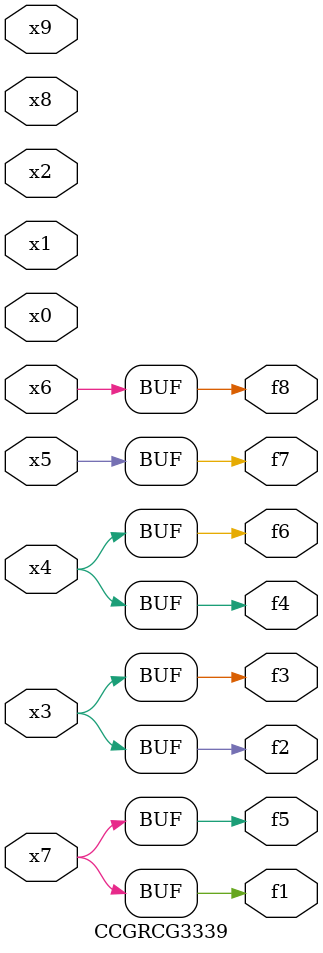
<source format=v>
module CCGRCG3339(
	input x0, x1, x2, x3, x4, x5, x6, x7, x8, x9,
	output f1, f2, f3, f4, f5, f6, f7, f8
);
	assign f1 = x7;
	assign f2 = x3;
	assign f3 = x3;
	assign f4 = x4;
	assign f5 = x7;
	assign f6 = x4;
	assign f7 = x5;
	assign f8 = x6;
endmodule

</source>
